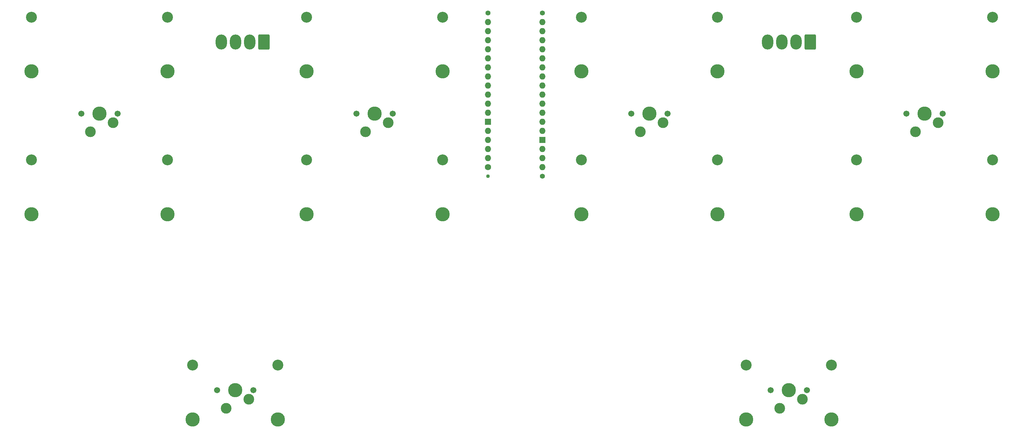
<source format=gbr>
%TF.GenerationSoftware,KiCad,Pcbnew,8.0.8*%
%TF.CreationDate,2025-02-26T01:16:55-05:00*%
%TF.ProjectId,keyboard,6b657962-6f61-4726-942e-6b696361645f,rev?*%
%TF.SameCoordinates,Original*%
%TF.FileFunction,Soldermask,Top*%
%TF.FilePolarity,Negative*%
%FSLAX46Y46*%
G04 Gerber Fmt 4.6, Leading zero omitted, Abs format (unit mm)*
G04 Created by KiCad (PCBNEW 8.0.8) date 2025-02-26 01:16:55*
%MOMM*%
%LPD*%
G01*
G04 APERTURE LIST*
G04 Aperture macros list*
%AMRoundRect*
0 Rectangle with rounded corners*
0 $1 Rounding radius*
0 $2 $3 $4 $5 $6 $7 $8 $9 X,Y pos of 4 corners*
0 Add a 4 corners polygon primitive as box body*
4,1,4,$2,$3,$4,$5,$6,$7,$8,$9,$2,$3,0*
0 Add four circle primitives for the rounded corners*
1,1,$1+$1,$2,$3*
1,1,$1+$1,$4,$5*
1,1,$1+$1,$6,$7*
1,1,$1+$1,$8,$9*
0 Add four rect primitives between the rounded corners*
20,1,$1+$1,$2,$3,$4,$5,0*
20,1,$1+$1,$4,$5,$6,$7,0*
20,1,$1+$1,$6,$7,$8,$9,0*
20,1,$1+$1,$8,$9,$2,$3,0*%
G04 Aperture macros list end*
%ADD10C,3.048000*%
%ADD11C,3.987800*%
%ADD12C,1.701800*%
%ADD13C,3.000000*%
%ADD14RoundRect,0.250000X1.330000X1.850000X-1.330000X1.850000X-1.330000X-1.850000X1.330000X-1.850000X0*%
%ADD15O,3.160000X4.200000*%
%ADD16C,1.400000*%
%ADD17O,1.727200X1.727200*%
%ADD18C,1.016000*%
%ADD19R,1.727200X1.727200*%
%ADD20C,1.727200*%
G04 APERTURE END LIST*
D10*
%TO.C,REF\u002A\u002A*%
X224950000Y-133015000D03*
D11*
X224950000Y-148225000D03*
D10*
X263050000Y-133015000D03*
D11*
X263050000Y-148225000D03*
%TD*%
D12*
%TO.C,K4*%
X326080000Y-120000000D03*
D13*
X324810000Y-122540000D03*
D11*
X321000000Y-120000000D03*
D13*
X318460000Y-125080000D03*
D12*
X315920000Y-120000000D03*
%TD*%
D10*
%TO.C,REF\u002A\u002A*%
X147950000Y-133015000D03*
D11*
X147950000Y-148225000D03*
D10*
X186050000Y-133015000D03*
D11*
X186050000Y-148225000D03*
%TD*%
D10*
%TO.C,REF\u002A\u002A*%
X70950000Y-133015000D03*
D11*
X70950000Y-148225000D03*
D10*
X109050000Y-133015000D03*
D11*
X109050000Y-148225000D03*
%TD*%
D10*
%TO.C,REF\u002A\u002A*%
X147950000Y-93015000D03*
D11*
X147950000Y-108225000D03*
D10*
X186050000Y-93015000D03*
D11*
X186050000Y-108225000D03*
%TD*%
D10*
%TO.C,REF\u002A\u002A*%
X224950000Y-93015000D03*
D11*
X224950000Y-108225000D03*
D10*
X263050000Y-93015000D03*
D11*
X263050000Y-108225000D03*
%TD*%
D12*
%TO.C,K1*%
X95080000Y-120000000D03*
D13*
X93810000Y-122540000D03*
D11*
X90000000Y-120000000D03*
D13*
X87460000Y-125080000D03*
D12*
X84920000Y-120000000D03*
%TD*%
D10*
%TO.C,REF\u002A\u002A*%
X116062000Y-190515000D03*
D11*
X116062000Y-205725000D03*
D10*
X139938000Y-190515000D03*
D11*
X139938000Y-205725000D03*
%TD*%
D12*
%TO.C,K6*%
X288080000Y-197500000D03*
D13*
X286810000Y-200040000D03*
D11*
X283000000Y-197500000D03*
D13*
X280460000Y-202580000D03*
D12*
X277920000Y-197500000D03*
%TD*%
D10*
%TO.C,REF\u002A\u002A*%
X70950000Y-93015000D03*
D11*
X70950000Y-108225000D03*
D10*
X109050000Y-93015000D03*
D11*
X109050000Y-108225000D03*
%TD*%
D12*
%TO.C,K5*%
X133080000Y-197500000D03*
D13*
X131810000Y-200040000D03*
D11*
X128000000Y-197500000D03*
D13*
X125460000Y-202580000D03*
D12*
X122920000Y-197500000D03*
%TD*%
D10*
%TO.C,REF\u002A\u002A*%
X301950000Y-133015000D03*
D11*
X301950000Y-148225000D03*
D10*
X340050000Y-133015000D03*
D11*
X340050000Y-148225000D03*
%TD*%
D10*
%TO.C,REF\u002A\u002A*%
X271062000Y-190515000D03*
D11*
X271062000Y-205725000D03*
D10*
X294938000Y-190515000D03*
D11*
X294938000Y-205725000D03*
%TD*%
D12*
%TO.C,K3*%
X249080000Y-120000000D03*
D13*
X247810000Y-122540000D03*
D11*
X244000000Y-120000000D03*
D13*
X241460000Y-125080000D03*
D12*
X238920000Y-120000000D03*
%TD*%
%TO.C,K2*%
X172080000Y-120000000D03*
D13*
X170810000Y-122540000D03*
D11*
X167000000Y-120000000D03*
D13*
X164460000Y-125080000D03*
D12*
X161920000Y-120000000D03*
%TD*%
D10*
%TO.C,REF\u002A\u002A*%
X301950000Y-93015000D03*
D11*
X301950000Y-108225000D03*
D10*
X340050000Y-93015000D03*
D11*
X340050000Y-108225000D03*
%TD*%
D14*
%TO.C,ENC_R1*%
X289000000Y-100000000D03*
D15*
X285040000Y-100000000D03*
X281080000Y-100000000D03*
X277120000Y-100000000D03*
%TD*%
D14*
%TO.C,ENC_L1*%
X136000000Y-100000000D03*
D15*
X132040000Y-100000000D03*
X128080000Y-100000000D03*
X124120000Y-100000000D03*
%TD*%
D16*
%TO.C,A1*%
X214000000Y-91820000D03*
X198760000Y-91820000D03*
D17*
X214000000Y-117220000D03*
X214000000Y-119760000D03*
D16*
X214000000Y-137540000D03*
D18*
X198760000Y-137540000D03*
D17*
X214000000Y-96900000D03*
X214000000Y-122300000D03*
X214000000Y-101980000D03*
X214000000Y-104520000D03*
X214000000Y-107060000D03*
X214000000Y-109600000D03*
X214000000Y-112140000D03*
X214000000Y-114680000D03*
X214000000Y-99440000D03*
X198760000Y-127380000D03*
X198760000Y-129920000D03*
X198760000Y-119760000D03*
X198760000Y-117220000D03*
X198760000Y-114680000D03*
X198760000Y-112140000D03*
X198760000Y-109600000D03*
X198760000Y-107060000D03*
X198760000Y-104520000D03*
X198760000Y-101980000D03*
X198760000Y-99440000D03*
X198760000Y-96900000D03*
X198760000Y-94360000D03*
X214000000Y-94360000D03*
D19*
X214000000Y-127380000D03*
X198760000Y-122300000D03*
D17*
X214000000Y-132460000D03*
D20*
X198760000Y-135000000D03*
D17*
X214000000Y-124840000D03*
X198760000Y-124840000D03*
X214000000Y-135000000D03*
X198760000Y-132460000D03*
X214000000Y-129920000D03*
%TD*%
M02*

</source>
